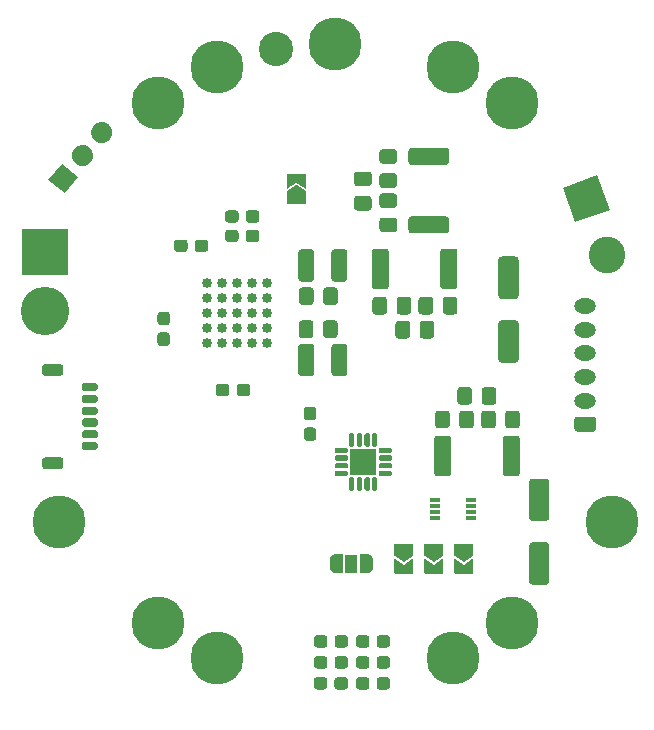
<source format=gbr>
%TF.GenerationSoftware,KiCad,Pcbnew,(5.1.6)-1*%
%TF.CreationDate,2020-12-16T03:52:29+01:00*%
%TF.ProjectId,bms,626d732e-6b69-4636-9164-5f7063625858,rev?*%
%TF.SameCoordinates,Original*%
%TF.FileFunction,Soldermask,Top*%
%TF.FilePolarity,Negative*%
%FSLAX46Y46*%
G04 Gerber Fmt 4.6, Leading zero omitted, Abs format (unit mm)*
G04 Created by KiCad (PCBNEW (5.1.6)-1) date 2020-12-16 03:52:29*
%MOMM*%
%LPD*%
G01*
G04 APERTURE LIST*
%ADD10C,4.100000*%
%ADD11R,3.900000X3.900000*%
%ADD12C,0.100000*%
%ADD13C,0.850000*%
%ADD14R,0.900000X0.400000*%
%ADD15C,4.500000*%
%ADD16O,1.850000X1.300000*%
%ADD17C,3.100000*%
%ADD18R,1.100000X1.600000*%
%ADD19R,2.200000X2.200000*%
%ADD20C,2.900000*%
%ADD21C,0.800000*%
G04 APERTURE END LIST*
%TO.C,C7*%
G36*
G01*
X125284375Y-84600000D02*
X124115625Y-84600000D01*
G75*
G02*
X123850000Y-84334375I0J265625D01*
G01*
X123850000Y-81265625D01*
G75*
G02*
X124115625Y-81000000I265625J0D01*
G01*
X125284375Y-81000000D01*
G75*
G02*
X125550000Y-81265625I0J-265625D01*
G01*
X125550000Y-84334375D01*
G75*
G02*
X125284375Y-84600000I-265625J0D01*
G01*
G37*
G36*
G01*
X125284375Y-90000000D02*
X124115625Y-90000000D01*
G75*
G02*
X123850000Y-89734375I0J265625D01*
G01*
X123850000Y-86665625D01*
G75*
G02*
X124115625Y-86400000I265625J0D01*
G01*
X125284375Y-86400000D01*
G75*
G02*
X125550000Y-86665625I0J-265625D01*
G01*
X125550000Y-89734375D01*
G75*
G02*
X125284375Y-90000000I-265625J0D01*
G01*
G37*
%TD*%
%TO.C,C8*%
G36*
G01*
X126715625Y-99800000D02*
X127884375Y-99800000D01*
G75*
G02*
X128150000Y-100065625I0J-265625D01*
G01*
X128150000Y-103134375D01*
G75*
G02*
X127884375Y-103400000I-265625J0D01*
G01*
X126715625Y-103400000D01*
G75*
G02*
X126450000Y-103134375I0J265625D01*
G01*
X126450000Y-100065625D01*
G75*
G02*
X126715625Y-99800000I265625J0D01*
G01*
G37*
G36*
G01*
X126715625Y-105200000D02*
X127884375Y-105200000D01*
G75*
G02*
X128150000Y-105465625I0J-265625D01*
G01*
X128150000Y-108534375D01*
G75*
G02*
X127884375Y-108800000I-265625J0D01*
G01*
X126715625Y-108800000D01*
G75*
G02*
X126450000Y-108534375I0J265625D01*
G01*
X126450000Y-105465625D01*
G75*
G02*
X126715625Y-105200000I265625J0D01*
G01*
G37*
%TD*%
D10*
%TO.C,J4*%
X85500000Y-85600000D03*
D11*
X85500000Y-80600000D03*
%TD*%
%TO.C,C10*%
G36*
G01*
X122425000Y-93278262D02*
X122425000Y-92321738D01*
G75*
G02*
X122696738Y-92050000I271738J0D01*
G01*
X123403262Y-92050000D01*
G75*
G02*
X123675000Y-92321738I0J-271738D01*
G01*
X123675000Y-93278262D01*
G75*
G02*
X123403262Y-93550000I-271738J0D01*
G01*
X122696738Y-93550000D01*
G75*
G02*
X122425000Y-93278262I0J271738D01*
G01*
G37*
G36*
G01*
X120375000Y-93278262D02*
X120375000Y-92321738D01*
G75*
G02*
X120646738Y-92050000I271738J0D01*
G01*
X121353262Y-92050000D01*
G75*
G02*
X121625000Y-92321738I0J-271738D01*
G01*
X121625000Y-93278262D01*
G75*
G02*
X121353262Y-93550000I-271738J0D01*
G01*
X120646738Y-93550000D01*
G75*
G02*
X120375000Y-93278262I0J271738D01*
G01*
G37*
%TD*%
%TO.C,C14*%
G36*
G01*
X110254500Y-83887238D02*
X110254500Y-84843762D01*
G75*
G02*
X109982762Y-85115500I-271738J0D01*
G01*
X109276238Y-85115500D01*
G75*
G02*
X109004500Y-84843762I0J271738D01*
G01*
X109004500Y-83887238D01*
G75*
G02*
X109276238Y-83615500I271738J0D01*
G01*
X109982762Y-83615500D01*
G75*
G02*
X110254500Y-83887238I0J-271738D01*
G01*
G37*
G36*
G01*
X108204500Y-83887238D02*
X108204500Y-84843762D01*
G75*
G02*
X107932762Y-85115500I-271738J0D01*
G01*
X107226238Y-85115500D01*
G75*
G02*
X106954500Y-84843762I0J271738D01*
G01*
X106954500Y-83887238D01*
G75*
G02*
X107226238Y-83615500I271738J0D01*
G01*
X107932762Y-83615500D01*
G75*
G02*
X108204500Y-83887238I0J-271738D01*
G01*
G37*
%TD*%
%TO.C,C9*%
G36*
G01*
X115125000Y-87678262D02*
X115125000Y-86721738D01*
G75*
G02*
X115396738Y-86450000I271738J0D01*
G01*
X116103262Y-86450000D01*
G75*
G02*
X116375000Y-86721738I0J-271738D01*
G01*
X116375000Y-87678262D01*
G75*
G02*
X116103262Y-87950000I-271738J0D01*
G01*
X115396738Y-87950000D01*
G75*
G02*
X115125000Y-87678262I0J271738D01*
G01*
G37*
G36*
G01*
X117175000Y-87678262D02*
X117175000Y-86721738D01*
G75*
G02*
X117446738Y-86450000I271738J0D01*
G01*
X118153262Y-86450000D01*
G75*
G02*
X118425000Y-86721738I0J-271738D01*
G01*
X118425000Y-87678262D01*
G75*
G02*
X118153262Y-87950000I-271738J0D01*
G01*
X117446738Y-87950000D01*
G75*
G02*
X117175000Y-87678262I0J271738D01*
G01*
G37*
%TD*%
%TO.C,R21*%
G36*
G01*
X117075000Y-85645762D02*
X117075000Y-84689238D01*
G75*
G02*
X117346738Y-84417500I271738J0D01*
G01*
X118053262Y-84417500D01*
G75*
G02*
X118325000Y-84689238I0J-271738D01*
G01*
X118325000Y-85645762D01*
G75*
G02*
X118053262Y-85917500I-271738J0D01*
G01*
X117346738Y-85917500D01*
G75*
G02*
X117075000Y-85645762I0J271738D01*
G01*
G37*
G36*
G01*
X119125000Y-85645762D02*
X119125000Y-84689238D01*
G75*
G02*
X119396738Y-84417500I271738J0D01*
G01*
X120103262Y-84417500D01*
G75*
G02*
X120375000Y-84689238I0J-271738D01*
G01*
X120375000Y-85645762D01*
G75*
G02*
X120103262Y-85917500I-271738J0D01*
G01*
X119396738Y-85917500D01*
G75*
G02*
X119125000Y-85645762I0J271738D01*
G01*
G37*
%TD*%
%TO.C,R17*%
G36*
G01*
X113130000Y-83512482D02*
X113130000Y-80599518D01*
G75*
G02*
X113398518Y-80331000I268518J0D01*
G01*
X114311482Y-80331000D01*
G75*
G02*
X114580000Y-80599518I0J-268518D01*
G01*
X114580000Y-83512482D01*
G75*
G02*
X114311482Y-83781000I-268518J0D01*
G01*
X113398518Y-83781000D01*
G75*
G02*
X113130000Y-83512482I0J268518D01*
G01*
G37*
G36*
G01*
X118930000Y-83512482D02*
X118930000Y-80599518D01*
G75*
G02*
X119198518Y-80331000I268518J0D01*
G01*
X120111482Y-80331000D01*
G75*
G02*
X120380000Y-80599518I0J-268518D01*
G01*
X120380000Y-83512482D01*
G75*
G02*
X120111482Y-83781000I-268518J0D01*
G01*
X119198518Y-83781000D01*
G75*
G02*
X118930000Y-83512482I0J268518D01*
G01*
G37*
%TD*%
%TO.C,R20*%
G36*
G01*
X114425000Y-84689238D02*
X114425000Y-85645762D01*
G75*
G02*
X114153262Y-85917500I-271738J0D01*
G01*
X113446738Y-85917500D01*
G75*
G02*
X113175000Y-85645762I0J271738D01*
G01*
X113175000Y-84689238D01*
G75*
G02*
X113446738Y-84417500I271738J0D01*
G01*
X114153262Y-84417500D01*
G75*
G02*
X114425000Y-84689238I0J-271738D01*
G01*
G37*
G36*
G01*
X116475000Y-84689238D02*
X116475000Y-85645762D01*
G75*
G02*
X116203262Y-85917500I-271738J0D01*
G01*
X115496738Y-85917500D01*
G75*
G02*
X115225000Y-85645762I0J271738D01*
G01*
X115225000Y-84689238D01*
G75*
G02*
X115496738Y-84417500I271738J0D01*
G01*
X116203262Y-84417500D01*
G75*
G02*
X116475000Y-84689238I0J-271738D01*
G01*
G37*
%TD*%
%TO.C,R23*%
G36*
G01*
X122375000Y-95278262D02*
X122375000Y-94321738D01*
G75*
G02*
X122646738Y-94050000I271738J0D01*
G01*
X123353262Y-94050000D01*
G75*
G02*
X123625000Y-94321738I0J-271738D01*
G01*
X123625000Y-95278262D01*
G75*
G02*
X123353262Y-95550000I-271738J0D01*
G01*
X122646738Y-95550000D01*
G75*
G02*
X122375000Y-95278262I0J271738D01*
G01*
G37*
G36*
G01*
X124425000Y-95278262D02*
X124425000Y-94321738D01*
G75*
G02*
X124696738Y-94050000I271738J0D01*
G01*
X125403262Y-94050000D01*
G75*
G02*
X125675000Y-94321738I0J-271738D01*
G01*
X125675000Y-95278262D01*
G75*
G02*
X125403262Y-95550000I-271738J0D01*
G01*
X124696738Y-95550000D01*
G75*
G02*
X124425000Y-95278262I0J271738D01*
G01*
G37*
%TD*%
%TO.C,R22*%
G36*
G01*
X121775000Y-94321738D02*
X121775000Y-95278262D01*
G75*
G02*
X121503262Y-95550000I-271738J0D01*
G01*
X120796738Y-95550000D01*
G75*
G02*
X120525000Y-95278262I0J271738D01*
G01*
X120525000Y-94321738D01*
G75*
G02*
X120796738Y-94050000I271738J0D01*
G01*
X121503262Y-94050000D01*
G75*
G02*
X121775000Y-94321738I0J-271738D01*
G01*
G37*
G36*
G01*
X119725000Y-94321738D02*
X119725000Y-95278262D01*
G75*
G02*
X119453262Y-95550000I-271738J0D01*
G01*
X118746738Y-95550000D01*
G75*
G02*
X118475000Y-95278262I0J271738D01*
G01*
X118475000Y-94321738D01*
G75*
G02*
X118746738Y-94050000I271738J0D01*
G01*
X119453262Y-94050000D01*
G75*
G02*
X119725000Y-94321738I0J-271738D01*
G01*
G37*
%TD*%
%TO.C,VALID*%
G36*
G01*
X108223000Y-113851500D02*
X108223000Y-113326500D01*
G75*
G02*
X108485500Y-113064000I262500J0D01*
G01*
X109110500Y-113064000D01*
G75*
G02*
X109373000Y-113326500I0J-262500D01*
G01*
X109373000Y-113851500D01*
G75*
G02*
X109110500Y-114114000I-262500J0D01*
G01*
X108485500Y-114114000D01*
G75*
G02*
X108223000Y-113851500I0J262500D01*
G01*
G37*
G36*
G01*
X109973000Y-113851500D02*
X109973000Y-113326500D01*
G75*
G02*
X110235500Y-113064000I262500J0D01*
G01*
X110860500Y-113064000D01*
G75*
G02*
X111123000Y-113326500I0J-262500D01*
G01*
X111123000Y-113851500D01*
G75*
G02*
X110860500Y-114114000I-262500J0D01*
G01*
X110235500Y-114114000D01*
G75*
G02*
X109973000Y-113851500I0J262500D01*
G01*
G37*
%TD*%
%TO.C,F2*%
G36*
G01*
X111054500Y-88658000D02*
X111054500Y-90868000D01*
G75*
G02*
X110784500Y-91138000I-270000J0D01*
G01*
X109974500Y-91138000D01*
G75*
G02*
X109704500Y-90868000I0J270000D01*
G01*
X109704500Y-88658000D01*
G75*
G02*
X109974500Y-88388000I270000J0D01*
G01*
X110784500Y-88388000D01*
G75*
G02*
X111054500Y-88658000I0J-270000D01*
G01*
G37*
G36*
G01*
X108254500Y-88658000D02*
X108254500Y-90868000D01*
G75*
G02*
X107984500Y-91138000I-270000J0D01*
G01*
X107174500Y-91138000D01*
G75*
G02*
X106904500Y-90868000I0J270000D01*
G01*
X106904500Y-88658000D01*
G75*
G02*
X107174500Y-88388000I270000J0D01*
G01*
X107984500Y-88388000D01*
G75*
G02*
X108254500Y-88658000I0J-270000D01*
G01*
G37*
%TD*%
%TO.C,WARN*%
G36*
G01*
X108223000Y-115629500D02*
X108223000Y-115104500D01*
G75*
G02*
X108485500Y-114842000I262500J0D01*
G01*
X109110500Y-114842000D01*
G75*
G02*
X109373000Y-115104500I0J-262500D01*
G01*
X109373000Y-115629500D01*
G75*
G02*
X109110500Y-115892000I-262500J0D01*
G01*
X108485500Y-115892000D01*
G75*
G02*
X108223000Y-115629500I0J262500D01*
G01*
G37*
G36*
G01*
X109973000Y-115629500D02*
X109973000Y-115104500D01*
G75*
G02*
X110235500Y-114842000I262500J0D01*
G01*
X110860500Y-114842000D01*
G75*
G02*
X111123000Y-115104500I0J-262500D01*
G01*
X111123000Y-115629500D01*
G75*
G02*
X110860500Y-115892000I-262500J0D01*
G01*
X110235500Y-115892000D01*
G75*
G02*
X109973000Y-115629500I0J262500D01*
G01*
G37*
%TD*%
%TO.C,C15*%
G36*
G01*
X108186500Y-86681238D02*
X108186500Y-87637762D01*
G75*
G02*
X107914762Y-87909500I-271738J0D01*
G01*
X107208238Y-87909500D01*
G75*
G02*
X106936500Y-87637762I0J271738D01*
G01*
X106936500Y-86681238D01*
G75*
G02*
X107208238Y-86409500I271738J0D01*
G01*
X107914762Y-86409500D01*
G75*
G02*
X108186500Y-86681238I0J-271738D01*
G01*
G37*
G36*
G01*
X110236500Y-86681238D02*
X110236500Y-87637762D01*
G75*
G02*
X109964762Y-87909500I-271738J0D01*
G01*
X109258238Y-87909500D01*
G75*
G02*
X108986500Y-87637762I0J271738D01*
G01*
X108986500Y-86681238D01*
G75*
G02*
X109258238Y-86409500I271738J0D01*
G01*
X109964762Y-86409500D01*
G75*
G02*
X110236500Y-86681238I0J-271738D01*
G01*
G37*
%TD*%
%TO.C,CRIT*%
G36*
G01*
X109959000Y-117407500D02*
X109959000Y-116882500D01*
G75*
G02*
X110221500Y-116620000I262500J0D01*
G01*
X110846500Y-116620000D01*
G75*
G02*
X111109000Y-116882500I0J-262500D01*
G01*
X111109000Y-117407500D01*
G75*
G02*
X110846500Y-117670000I-262500J0D01*
G01*
X110221500Y-117670000D01*
G75*
G02*
X109959000Y-117407500I0J262500D01*
G01*
G37*
G36*
G01*
X108209000Y-117407500D02*
X108209000Y-116882500D01*
G75*
G02*
X108471500Y-116620000I262500J0D01*
G01*
X109096500Y-116620000D01*
G75*
G02*
X109359000Y-116882500I0J-262500D01*
G01*
X109359000Y-117407500D01*
G75*
G02*
X109096500Y-117670000I-262500J0D01*
G01*
X108471500Y-117670000D01*
G75*
G02*
X108209000Y-117407500I0J262500D01*
G01*
G37*
%TD*%
%TO.C,F1*%
G36*
G01*
X108254500Y-80657000D02*
X108254500Y-82867000D01*
G75*
G02*
X107984500Y-83137000I-270000J0D01*
G01*
X107174500Y-83137000D01*
G75*
G02*
X106904500Y-82867000I0J270000D01*
G01*
X106904500Y-80657000D01*
G75*
G02*
X107174500Y-80387000I270000J0D01*
G01*
X107984500Y-80387000D01*
G75*
G02*
X108254500Y-80657000I0J-270000D01*
G01*
G37*
G36*
G01*
X111054500Y-80657000D02*
X111054500Y-82867000D01*
G75*
G02*
X110784500Y-83137000I-270000J0D01*
G01*
X109974500Y-83137000D01*
G75*
G02*
X109704500Y-82867000I0J270000D01*
G01*
X109704500Y-80657000D01*
G75*
G02*
X109974500Y-80387000I270000J0D01*
G01*
X110784500Y-80387000D01*
G75*
G02*
X111054500Y-80657000I0J-270000D01*
G01*
G37*
%TD*%
D12*
%TO.C,JP5*%
G36*
X116639039Y-107812755D02*
G01*
X116636194Y-107822134D01*
X116631573Y-107830779D01*
X116625355Y-107838355D01*
X116617779Y-107844573D01*
X116609134Y-107849194D01*
X116599755Y-107852039D01*
X116590000Y-107853000D01*
X115090000Y-107853000D01*
X115080245Y-107852039D01*
X115070866Y-107849194D01*
X115062221Y-107844573D01*
X115054645Y-107838355D01*
X115048427Y-107830779D01*
X115043806Y-107822134D01*
X115040961Y-107812755D01*
X115040000Y-107803000D01*
X115040000Y-106653000D01*
X115040961Y-106643245D01*
X115043806Y-106633866D01*
X115048427Y-106625221D01*
X115054645Y-106617645D01*
X115062221Y-106611427D01*
X115070866Y-106606806D01*
X115080245Y-106603961D01*
X115090000Y-106603000D01*
X115099755Y-106603961D01*
X115109134Y-106606806D01*
X115117735Y-106611397D01*
X115840000Y-107092907D01*
X116562265Y-106611397D01*
X116570914Y-106606786D01*
X116580297Y-106603951D01*
X116590052Y-106603000D01*
X116599806Y-106603971D01*
X116609182Y-106606826D01*
X116617822Y-106611456D01*
X116625392Y-106617682D01*
X116631603Y-106625265D01*
X116636214Y-106633914D01*
X116639049Y-106643297D01*
X116640000Y-106653000D01*
X116640000Y-107803000D01*
X116639039Y-107812755D01*
G37*
G36*
X116639039Y-106362755D02*
G01*
X116636194Y-106372134D01*
X116631573Y-106380779D01*
X116625355Y-106388355D01*
X116617735Y-106394603D01*
X115867735Y-106894603D01*
X115859086Y-106899214D01*
X115849703Y-106902049D01*
X115839948Y-106903000D01*
X115830194Y-106902029D01*
X115820818Y-106899174D01*
X115812265Y-106894603D01*
X115062265Y-106394603D01*
X115054682Y-106388392D01*
X115048456Y-106380822D01*
X115043826Y-106372182D01*
X115040971Y-106362806D01*
X115040000Y-106353000D01*
X115040000Y-105353000D01*
X115040961Y-105343245D01*
X115043806Y-105333866D01*
X115048427Y-105325221D01*
X115054645Y-105317645D01*
X115062221Y-105311427D01*
X115070866Y-105306806D01*
X115080245Y-105303961D01*
X115090000Y-105303000D01*
X116590000Y-105303000D01*
X116599755Y-105303961D01*
X116609134Y-105306806D01*
X116617779Y-105311427D01*
X116625355Y-105317645D01*
X116631573Y-105325221D01*
X116636194Y-105333866D01*
X116639039Y-105343245D01*
X116640000Y-105353000D01*
X116640000Y-106353000D01*
X116639039Y-106362755D01*
G37*
%TD*%
%TO.C,C12*%
G36*
G01*
X103603000Y-79002000D02*
X103603000Y-79527000D01*
G75*
G02*
X103340500Y-79789500I-262500J0D01*
G01*
X102715500Y-79789500D01*
G75*
G02*
X102453000Y-79527000I0J262500D01*
G01*
X102453000Y-79002000D01*
G75*
G02*
X102715500Y-78739500I262500J0D01*
G01*
X103340500Y-78739500D01*
G75*
G02*
X103603000Y-79002000I0J-262500D01*
G01*
G37*
G36*
G01*
X101853000Y-79002000D02*
X101853000Y-79527000D01*
G75*
G02*
X101590500Y-79789500I-262500J0D01*
G01*
X100965500Y-79789500D01*
G75*
G02*
X100703000Y-79527000I0J262500D01*
G01*
X100703000Y-79002000D01*
G75*
G02*
X100965500Y-78739500I262500J0D01*
G01*
X101590500Y-78739500D01*
G75*
G02*
X101853000Y-79002000I0J-262500D01*
G01*
G37*
%TD*%
%TO.C,R19*%
G36*
G01*
X116498518Y-71802500D02*
X119411482Y-71802500D01*
G75*
G02*
X119680000Y-72071018I0J-268518D01*
G01*
X119680000Y-72983982D01*
G75*
G02*
X119411482Y-73252500I-268518J0D01*
G01*
X116498518Y-73252500D01*
G75*
G02*
X116230000Y-72983982I0J268518D01*
G01*
X116230000Y-72071018D01*
G75*
G02*
X116498518Y-71802500I268518J0D01*
G01*
G37*
G36*
G01*
X116498518Y-77602500D02*
X119411482Y-77602500D01*
G75*
G02*
X119680000Y-77871018I0J-268518D01*
G01*
X119680000Y-78783982D01*
G75*
G02*
X119411482Y-79052500I-268518J0D01*
G01*
X116498518Y-79052500D01*
G75*
G02*
X116230000Y-78783982I0J268518D01*
G01*
X116230000Y-77871018D01*
G75*
G02*
X116498518Y-77602500I268518J0D01*
G01*
G37*
%TD*%
%TO.C,R29*%
G36*
G01*
X97525000Y-79837500D02*
X97525000Y-80362500D01*
G75*
G02*
X97262500Y-80625000I-262500J0D01*
G01*
X96637500Y-80625000D01*
G75*
G02*
X96375000Y-80362500I0J262500D01*
G01*
X96375000Y-79837500D01*
G75*
G02*
X96637500Y-79575000I262500J0D01*
G01*
X97262500Y-79575000D01*
G75*
G02*
X97525000Y-79837500I0J-262500D01*
G01*
G37*
G36*
G01*
X99275000Y-79837500D02*
X99275000Y-80362500D01*
G75*
G02*
X99012500Y-80625000I-262500J0D01*
G01*
X98387500Y-80625000D01*
G75*
G02*
X98125000Y-80362500I0J262500D01*
G01*
X98125000Y-79837500D01*
G75*
G02*
X98387500Y-79575000I262500J0D01*
G01*
X99012500Y-79575000D01*
G75*
G02*
X99275000Y-79837500I0J-262500D01*
G01*
G37*
%TD*%
%TO.C,R27*%
G36*
G01*
X95762500Y-88575000D02*
X95237500Y-88575000D01*
G75*
G02*
X94975000Y-88312500I0J262500D01*
G01*
X94975000Y-87687500D01*
G75*
G02*
X95237500Y-87425000I262500J0D01*
G01*
X95762500Y-87425000D01*
G75*
G02*
X96025000Y-87687500I0J-262500D01*
G01*
X96025000Y-88312500D01*
G75*
G02*
X95762500Y-88575000I-262500J0D01*
G01*
G37*
G36*
G01*
X95762500Y-86825000D02*
X95237500Y-86825000D01*
G75*
G02*
X94975000Y-86562500I0J262500D01*
G01*
X94975000Y-85937500D01*
G75*
G02*
X95237500Y-85675000I262500J0D01*
G01*
X95762500Y-85675000D01*
G75*
G02*
X96025000Y-85937500I0J-262500D01*
G01*
X96025000Y-86562500D01*
G75*
G02*
X95762500Y-86825000I-262500J0D01*
G01*
G37*
%TD*%
D13*
%TO.C,U5*%
X104290000Y-88290000D03*
X104290000Y-87020000D03*
X104290000Y-85750000D03*
X104290000Y-84480000D03*
X104290000Y-83210000D03*
X103020000Y-88290000D03*
X103020000Y-87020000D03*
X103020000Y-85750000D03*
X103020000Y-84480000D03*
X103020000Y-83210000D03*
X101750000Y-88290000D03*
X101750000Y-87020000D03*
X101750000Y-85750000D03*
X101750000Y-84480000D03*
X101750000Y-83210000D03*
X100480000Y-88290000D03*
X100480000Y-87020000D03*
X100480000Y-85750000D03*
X100480000Y-84480000D03*
X100480000Y-83210000D03*
X99210000Y-88290000D03*
X99210000Y-87020000D03*
X99210000Y-85750000D03*
X99210000Y-84480000D03*
X99210000Y-83210000D03*
%TD*%
%TO.C,R28*%
G36*
G01*
X99925000Y-92562500D02*
X99925000Y-92037500D01*
G75*
G02*
X100187500Y-91775000I262500J0D01*
G01*
X100812500Y-91775000D01*
G75*
G02*
X101075000Y-92037500I0J-262500D01*
G01*
X101075000Y-92562500D01*
G75*
G02*
X100812500Y-92825000I-262500J0D01*
G01*
X100187500Y-92825000D01*
G75*
G02*
X99925000Y-92562500I0J262500D01*
G01*
G37*
G36*
G01*
X101675000Y-92562500D02*
X101675000Y-92037500D01*
G75*
G02*
X101937500Y-91775000I262500J0D01*
G01*
X102562500Y-91775000D01*
G75*
G02*
X102825000Y-92037500I0J-262500D01*
G01*
X102825000Y-92562500D01*
G75*
G02*
X102562500Y-92825000I-262500J0D01*
G01*
X101937500Y-92825000D01*
G75*
G02*
X101675000Y-92562500I0J262500D01*
G01*
G37*
%TD*%
%TO.C,R26*%
G36*
G01*
X102453000Y-77876000D02*
X102453000Y-77351000D01*
G75*
G02*
X102715500Y-77088500I262500J0D01*
G01*
X103340500Y-77088500D01*
G75*
G02*
X103603000Y-77351000I0J-262500D01*
G01*
X103603000Y-77876000D01*
G75*
G02*
X103340500Y-78138500I-262500J0D01*
G01*
X102715500Y-78138500D01*
G75*
G02*
X102453000Y-77876000I0J262500D01*
G01*
G37*
G36*
G01*
X100703000Y-77876000D02*
X100703000Y-77351000D01*
G75*
G02*
X100965500Y-77088500I262500J0D01*
G01*
X101590500Y-77088500D01*
G75*
G02*
X101853000Y-77351000I0J-262500D01*
G01*
X101853000Y-77876000D01*
G75*
G02*
X101590500Y-78138500I-262500J0D01*
G01*
X100965500Y-78138500D01*
G75*
G02*
X100703000Y-77876000I0J262500D01*
G01*
G37*
%TD*%
D12*
%TO.C,START*%
G36*
X105950961Y-74040245D02*
G01*
X105953806Y-74030866D01*
X105958427Y-74022221D01*
X105964645Y-74014645D01*
X105972221Y-74008427D01*
X105980866Y-74003806D01*
X105990245Y-74000961D01*
X106000000Y-74000000D01*
X107500000Y-74000000D01*
X107509755Y-74000961D01*
X107519134Y-74003806D01*
X107527779Y-74008427D01*
X107535355Y-74014645D01*
X107541573Y-74022221D01*
X107546194Y-74030866D01*
X107549039Y-74040245D01*
X107550000Y-74050000D01*
X107550000Y-75200000D01*
X107549039Y-75209755D01*
X107546194Y-75219134D01*
X107541573Y-75227779D01*
X107535355Y-75235355D01*
X107527779Y-75241573D01*
X107519134Y-75246194D01*
X107509755Y-75249039D01*
X107500000Y-75250000D01*
X107490245Y-75249039D01*
X107480866Y-75246194D01*
X107472265Y-75241603D01*
X106750000Y-74760093D01*
X106027735Y-75241603D01*
X106019086Y-75246214D01*
X106009703Y-75249049D01*
X105999948Y-75250000D01*
X105990194Y-75249029D01*
X105980818Y-75246174D01*
X105972178Y-75241544D01*
X105964608Y-75235318D01*
X105958397Y-75227735D01*
X105953786Y-75219086D01*
X105950951Y-75209703D01*
X105950000Y-75200000D01*
X105950000Y-74050000D01*
X105950961Y-74040245D01*
G37*
G36*
X105950961Y-75490245D02*
G01*
X105953806Y-75480866D01*
X105958427Y-75472221D01*
X105964645Y-75464645D01*
X105972265Y-75458397D01*
X106722265Y-74958397D01*
X106730914Y-74953786D01*
X106740297Y-74950951D01*
X106750052Y-74950000D01*
X106759806Y-74950971D01*
X106769182Y-74953826D01*
X106777735Y-74958397D01*
X107527735Y-75458397D01*
X107535318Y-75464608D01*
X107541544Y-75472178D01*
X107546174Y-75480818D01*
X107549029Y-75490194D01*
X107550000Y-75500000D01*
X107550000Y-76500000D01*
X107549039Y-76509755D01*
X107546194Y-76519134D01*
X107541573Y-76527779D01*
X107535355Y-76535355D01*
X107527779Y-76541573D01*
X107519134Y-76546194D01*
X107509755Y-76549039D01*
X107500000Y-76550000D01*
X106000000Y-76550000D01*
X105990245Y-76549039D01*
X105980866Y-76546194D01*
X105972221Y-76541573D01*
X105964645Y-76535355D01*
X105958427Y-76527779D01*
X105953806Y-76519134D01*
X105950961Y-76509755D01*
X105950000Y-76500000D01*
X105950000Y-75500000D01*
X105950961Y-75490245D01*
G37*
%TD*%
%TO.C,R18*%
G36*
G01*
X124217000Y-99350482D02*
X124217000Y-96437518D01*
G75*
G02*
X124485518Y-96169000I268518J0D01*
G01*
X125398482Y-96169000D01*
G75*
G02*
X125667000Y-96437518I0J-268518D01*
G01*
X125667000Y-99350482D01*
G75*
G02*
X125398482Y-99619000I-268518J0D01*
G01*
X124485518Y-99619000D01*
G75*
G02*
X124217000Y-99350482I0J268518D01*
G01*
G37*
G36*
G01*
X118417000Y-99350482D02*
X118417000Y-96437518D01*
G75*
G02*
X118685518Y-96169000I268518J0D01*
G01*
X119598482Y-96169000D01*
G75*
G02*
X119867000Y-96437518I0J-268518D01*
G01*
X119867000Y-99350482D01*
G75*
G02*
X119598482Y-99619000I-268518J0D01*
G01*
X118685518Y-99619000D01*
G75*
G02*
X118417000Y-99350482I0J268518D01*
G01*
G37*
%TD*%
%TO.C,R30*%
G36*
G01*
X111779000Y-117407500D02*
X111779000Y-116882500D01*
G75*
G02*
X112041500Y-116620000I262500J0D01*
G01*
X112666500Y-116620000D01*
G75*
G02*
X112929000Y-116882500I0J-262500D01*
G01*
X112929000Y-117407500D01*
G75*
G02*
X112666500Y-117670000I-262500J0D01*
G01*
X112041500Y-117670000D01*
G75*
G02*
X111779000Y-117407500I0J262500D01*
G01*
G37*
G36*
G01*
X113529000Y-117407500D02*
X113529000Y-116882500D01*
G75*
G02*
X113791500Y-116620000I262500J0D01*
G01*
X114416500Y-116620000D01*
G75*
G02*
X114679000Y-116882500I0J-262500D01*
G01*
X114679000Y-117407500D01*
G75*
G02*
X114416500Y-117670000I-262500J0D01*
G01*
X113791500Y-117670000D01*
G75*
G02*
X113529000Y-117407500I0J262500D01*
G01*
G37*
%TD*%
D14*
%TO.C,U7*%
X118450000Y-101650000D03*
X118450000Y-102150000D03*
X118450000Y-102650000D03*
X118450000Y-103150000D03*
X121550000Y-103150000D03*
X121550000Y-102650000D03*
X121550000Y-102150000D03*
X121550000Y-101650000D03*
%TD*%
%TO.C,R32*%
G36*
G01*
X113529000Y-113851500D02*
X113529000Y-113326500D01*
G75*
G02*
X113791500Y-113064000I262500J0D01*
G01*
X114416500Y-113064000D01*
G75*
G02*
X114679000Y-113326500I0J-262500D01*
G01*
X114679000Y-113851500D01*
G75*
G02*
X114416500Y-114114000I-262500J0D01*
G01*
X113791500Y-114114000D01*
G75*
G02*
X113529000Y-113851500I0J262500D01*
G01*
G37*
G36*
G01*
X111779000Y-113851500D02*
X111779000Y-113326500D01*
G75*
G02*
X112041500Y-113064000I262500J0D01*
G01*
X112666500Y-113064000D01*
G75*
G02*
X112929000Y-113326500I0J-262500D01*
G01*
X112929000Y-113851500D01*
G75*
G02*
X112666500Y-114114000I-262500J0D01*
G01*
X112041500Y-114114000D01*
G75*
G02*
X111779000Y-113851500I0J262500D01*
G01*
G37*
%TD*%
%TO.C,R31*%
G36*
G01*
X113529000Y-115629500D02*
X113529000Y-115104500D01*
G75*
G02*
X113791500Y-114842000I262500J0D01*
G01*
X114416500Y-114842000D01*
G75*
G02*
X114679000Y-115104500I0J-262500D01*
G01*
X114679000Y-115629500D01*
G75*
G02*
X114416500Y-115892000I-262500J0D01*
G01*
X113791500Y-115892000D01*
G75*
G02*
X113529000Y-115629500I0J262500D01*
G01*
G37*
G36*
G01*
X111779000Y-115629500D02*
X111779000Y-115104500D01*
G75*
G02*
X112041500Y-114842000I262500J0D01*
G01*
X112666500Y-114842000D01*
G75*
G02*
X112929000Y-115104500I0J-262500D01*
G01*
X112929000Y-115629500D01*
G75*
G02*
X112666500Y-115892000I-262500J0D01*
G01*
X112041500Y-115892000D01*
G75*
G02*
X111779000Y-115629500I0J262500D01*
G01*
G37*
%TD*%
D12*
%TO.C,JP4*%
G36*
X119179039Y-106362755D02*
G01*
X119176194Y-106372134D01*
X119171573Y-106380779D01*
X119165355Y-106388355D01*
X119157735Y-106394603D01*
X118407735Y-106894603D01*
X118399086Y-106899214D01*
X118389703Y-106902049D01*
X118379948Y-106903000D01*
X118370194Y-106902029D01*
X118360818Y-106899174D01*
X118352265Y-106894603D01*
X117602265Y-106394603D01*
X117594682Y-106388392D01*
X117588456Y-106380822D01*
X117583826Y-106372182D01*
X117580971Y-106362806D01*
X117580000Y-106353000D01*
X117580000Y-105353000D01*
X117580961Y-105343245D01*
X117583806Y-105333866D01*
X117588427Y-105325221D01*
X117594645Y-105317645D01*
X117602221Y-105311427D01*
X117610866Y-105306806D01*
X117620245Y-105303961D01*
X117630000Y-105303000D01*
X119130000Y-105303000D01*
X119139755Y-105303961D01*
X119149134Y-105306806D01*
X119157779Y-105311427D01*
X119165355Y-105317645D01*
X119171573Y-105325221D01*
X119176194Y-105333866D01*
X119179039Y-105343245D01*
X119180000Y-105353000D01*
X119180000Y-106353000D01*
X119179039Y-106362755D01*
G37*
G36*
X119179039Y-107812755D02*
G01*
X119176194Y-107822134D01*
X119171573Y-107830779D01*
X119165355Y-107838355D01*
X119157779Y-107844573D01*
X119149134Y-107849194D01*
X119139755Y-107852039D01*
X119130000Y-107853000D01*
X117630000Y-107853000D01*
X117620245Y-107852039D01*
X117610866Y-107849194D01*
X117602221Y-107844573D01*
X117594645Y-107838355D01*
X117588427Y-107830779D01*
X117583806Y-107822134D01*
X117580961Y-107812755D01*
X117580000Y-107803000D01*
X117580000Y-106653000D01*
X117580961Y-106643245D01*
X117583806Y-106633866D01*
X117588427Y-106625221D01*
X117594645Y-106617645D01*
X117602221Y-106611427D01*
X117610866Y-106606806D01*
X117620245Y-106603961D01*
X117630000Y-106603000D01*
X117639755Y-106603961D01*
X117649134Y-106606806D01*
X117657735Y-106611397D01*
X118380000Y-107092907D01*
X119102265Y-106611397D01*
X119110914Y-106606786D01*
X119120297Y-106603951D01*
X119130052Y-106603000D01*
X119139806Y-106603971D01*
X119149182Y-106606826D01*
X119157822Y-106611456D01*
X119165392Y-106617682D01*
X119171603Y-106625265D01*
X119176214Y-106633914D01*
X119179049Y-106643297D01*
X119180000Y-106653000D01*
X119180000Y-107803000D01*
X119179039Y-107812755D01*
G37*
%TD*%
%TO.C,C11*%
G36*
G01*
X111888738Y-73811000D02*
X112845262Y-73811000D01*
G75*
G02*
X113117000Y-74082738I0J-271738D01*
G01*
X113117000Y-74789262D01*
G75*
G02*
X112845262Y-75061000I-271738J0D01*
G01*
X111888738Y-75061000D01*
G75*
G02*
X111617000Y-74789262I0J271738D01*
G01*
X111617000Y-74082738D01*
G75*
G02*
X111888738Y-73811000I271738J0D01*
G01*
G37*
G36*
G01*
X111888738Y-75861000D02*
X112845262Y-75861000D01*
G75*
G02*
X113117000Y-76132738I0J-271738D01*
G01*
X113117000Y-76839262D01*
G75*
G02*
X112845262Y-77111000I-271738J0D01*
G01*
X111888738Y-77111000D01*
G75*
G02*
X111617000Y-76839262I0J271738D01*
G01*
X111617000Y-76132738D01*
G75*
G02*
X111888738Y-75861000I271738J0D01*
G01*
G37*
%TD*%
%TO.C,C13*%
G36*
G01*
X107637500Y-93725000D02*
X108162500Y-93725000D01*
G75*
G02*
X108425000Y-93987500I0J-262500D01*
G01*
X108425000Y-94612500D01*
G75*
G02*
X108162500Y-94875000I-262500J0D01*
G01*
X107637500Y-94875000D01*
G75*
G02*
X107375000Y-94612500I0J262500D01*
G01*
X107375000Y-93987500D01*
G75*
G02*
X107637500Y-93725000I262500J0D01*
G01*
G37*
G36*
G01*
X107637500Y-95475000D02*
X108162500Y-95475000D01*
G75*
G02*
X108425000Y-95737500I0J-262500D01*
G01*
X108425000Y-96362500D01*
G75*
G02*
X108162500Y-96625000I-262500J0D01*
G01*
X107637500Y-96625000D01*
G75*
G02*
X107375000Y-96362500I0J262500D01*
G01*
X107375000Y-95737500D01*
G75*
G02*
X107637500Y-95475000I262500J0D01*
G01*
G37*
%TD*%
D15*
%TO.C,VBAT1+*%
X100000000Y-65000000D03*
%TD*%
%TO.C,VBAT2+*%
X95000000Y-68000000D03*
%TD*%
%TO.C,VBAT3+*%
X120000000Y-65000000D03*
%TD*%
%TO.C,VBAT4+*%
X125000000Y-68000000D03*
%TD*%
%TO.C,VBAT1-*%
X100000000Y-115000000D03*
%TD*%
%TO.C,VBAT2-*%
X95000000Y-112000000D03*
%TD*%
%TO.C,VBAT3-*%
X120000000Y-115000000D03*
%TD*%
%TO.C,VBAT4-*%
X125000000Y-112000000D03*
%TD*%
%TO.C,J1*%
G36*
G01*
X85467000Y-98011500D02*
X86767000Y-98011500D01*
G75*
G02*
X87017000Y-98261500I0J-250000D01*
G01*
X87017000Y-98761500D01*
G75*
G02*
X86767000Y-99011500I-250000J0D01*
G01*
X85467000Y-99011500D01*
G75*
G02*
X85217000Y-98761500I0J250000D01*
G01*
X85217000Y-98261500D01*
G75*
G02*
X85467000Y-98011500I250000J0D01*
G01*
G37*
G36*
G01*
X85467000Y-90111500D02*
X86767000Y-90111500D01*
G75*
G02*
X87017000Y-90361500I0J-250000D01*
G01*
X87017000Y-90861500D01*
G75*
G02*
X86767000Y-91111500I-250000J0D01*
G01*
X85467000Y-91111500D01*
G75*
G02*
X85217000Y-90861500I0J250000D01*
G01*
X85217000Y-90361500D01*
G75*
G02*
X85467000Y-90111500I250000J0D01*
G01*
G37*
G36*
G01*
X88742000Y-96711500D02*
X89742000Y-96711500D01*
G75*
G02*
X89917000Y-96886500I0J-175000D01*
G01*
X89917000Y-97236500D01*
G75*
G02*
X89742000Y-97411500I-175000J0D01*
G01*
X88742000Y-97411500D01*
G75*
G02*
X88567000Y-97236500I0J175000D01*
G01*
X88567000Y-96886500D01*
G75*
G02*
X88742000Y-96711500I175000J0D01*
G01*
G37*
G36*
G01*
X88742000Y-95711500D02*
X89742000Y-95711500D01*
G75*
G02*
X89917000Y-95886500I0J-175000D01*
G01*
X89917000Y-96236500D01*
G75*
G02*
X89742000Y-96411500I-175000J0D01*
G01*
X88742000Y-96411500D01*
G75*
G02*
X88567000Y-96236500I0J175000D01*
G01*
X88567000Y-95886500D01*
G75*
G02*
X88742000Y-95711500I175000J0D01*
G01*
G37*
G36*
G01*
X88742000Y-94711500D02*
X89742000Y-94711500D01*
G75*
G02*
X89917000Y-94886500I0J-175000D01*
G01*
X89917000Y-95236500D01*
G75*
G02*
X89742000Y-95411500I-175000J0D01*
G01*
X88742000Y-95411500D01*
G75*
G02*
X88567000Y-95236500I0J175000D01*
G01*
X88567000Y-94886500D01*
G75*
G02*
X88742000Y-94711500I175000J0D01*
G01*
G37*
G36*
G01*
X88742000Y-93711500D02*
X89742000Y-93711500D01*
G75*
G02*
X89917000Y-93886500I0J-175000D01*
G01*
X89917000Y-94236500D01*
G75*
G02*
X89742000Y-94411500I-175000J0D01*
G01*
X88742000Y-94411500D01*
G75*
G02*
X88567000Y-94236500I0J175000D01*
G01*
X88567000Y-93886500D01*
G75*
G02*
X88742000Y-93711500I175000J0D01*
G01*
G37*
G36*
G01*
X88742000Y-92711500D02*
X89742000Y-92711500D01*
G75*
G02*
X89917000Y-92886500I0J-175000D01*
G01*
X89917000Y-93236500D01*
G75*
G02*
X89742000Y-93411500I-175000J0D01*
G01*
X88742000Y-93411500D01*
G75*
G02*
X88567000Y-93236500I0J175000D01*
G01*
X88567000Y-92886500D01*
G75*
G02*
X88742000Y-92711500I175000J0D01*
G01*
G37*
G36*
G01*
X88742000Y-91711500D02*
X89742000Y-91711500D01*
G75*
G02*
X89917000Y-91886500I0J-175000D01*
G01*
X89917000Y-92236500D01*
G75*
G02*
X89742000Y-92411500I-175000J0D01*
G01*
X88742000Y-92411500D01*
G75*
G02*
X88567000Y-92236500I0J175000D01*
G01*
X88567000Y-91886500D01*
G75*
G02*
X88742000Y-91711500I175000J0D01*
G01*
G37*
%TD*%
%TO.C,J2*%
G36*
G01*
X131854168Y-95850000D02*
X130545832Y-95850000D01*
G75*
G02*
X130275000Y-95579168I0J270832D01*
G01*
X130275000Y-94820832D01*
G75*
G02*
X130545832Y-94550000I270832J0D01*
G01*
X131854168Y-94550000D01*
G75*
G02*
X132125000Y-94820832I0J-270832D01*
G01*
X132125000Y-95579168D01*
G75*
G02*
X131854168Y-95850000I-270832J0D01*
G01*
G37*
D16*
X131200000Y-93200000D03*
X131200000Y-91200000D03*
X131200000Y-89200000D03*
X131200000Y-87200000D03*
X131200000Y-85200000D03*
%TD*%
D12*
%TO.C,J5*%
G36*
X129313345Y-75173608D02*
G01*
X132226392Y-74113345D01*
X133286655Y-77026392D01*
X130373608Y-78086655D01*
X129313345Y-75173608D01*
G37*
D17*
X133037462Y-80873639D03*
%TD*%
D12*
%TO.C,ADDR*%
G36*
X112706111Y-106200602D02*
G01*
X112724534Y-106200602D01*
X112729435Y-106200843D01*
X112778266Y-106205653D01*
X112783119Y-106206373D01*
X112831244Y-106215945D01*
X112836005Y-106217137D01*
X112882960Y-106231381D01*
X112887579Y-106233034D01*
X112932912Y-106251811D01*
X112937349Y-106253909D01*
X112980622Y-106277040D01*
X112984829Y-106279562D01*
X113025628Y-106306822D01*
X113029570Y-106309746D01*
X113067499Y-106340874D01*
X113071134Y-106344169D01*
X113105831Y-106378866D01*
X113109126Y-106382501D01*
X113140254Y-106420430D01*
X113143178Y-106424372D01*
X113170438Y-106465171D01*
X113172960Y-106469378D01*
X113196091Y-106512651D01*
X113198189Y-106517088D01*
X113216966Y-106562421D01*
X113218619Y-106567040D01*
X113232863Y-106613995D01*
X113234055Y-106618756D01*
X113243627Y-106666881D01*
X113244347Y-106671734D01*
X113249157Y-106720565D01*
X113249398Y-106725466D01*
X113249398Y-106743889D01*
X113250000Y-106750000D01*
X113250000Y-107250000D01*
X113249398Y-107256111D01*
X113249398Y-107274534D01*
X113249157Y-107279435D01*
X113244347Y-107328266D01*
X113243627Y-107333119D01*
X113234055Y-107381244D01*
X113232863Y-107386005D01*
X113218619Y-107432960D01*
X113216966Y-107437579D01*
X113198189Y-107482912D01*
X113196091Y-107487349D01*
X113172960Y-107530622D01*
X113170438Y-107534829D01*
X113143178Y-107575628D01*
X113140254Y-107579570D01*
X113109126Y-107617499D01*
X113105831Y-107621134D01*
X113071134Y-107655831D01*
X113067499Y-107659126D01*
X113029570Y-107690254D01*
X113025628Y-107693178D01*
X112984829Y-107720438D01*
X112980622Y-107722960D01*
X112937349Y-107746091D01*
X112932912Y-107748189D01*
X112887579Y-107766966D01*
X112882960Y-107768619D01*
X112836005Y-107782863D01*
X112831244Y-107784055D01*
X112783119Y-107793627D01*
X112778266Y-107794347D01*
X112729435Y-107799157D01*
X112724534Y-107799398D01*
X112706111Y-107799398D01*
X112700000Y-107800000D01*
X112150000Y-107800000D01*
X112140245Y-107799039D01*
X112130866Y-107796194D01*
X112122221Y-107791573D01*
X112114645Y-107785355D01*
X112108427Y-107777779D01*
X112103806Y-107769134D01*
X112100961Y-107759755D01*
X112100000Y-107750000D01*
X112100000Y-106250000D01*
X112100961Y-106240245D01*
X112103806Y-106230866D01*
X112108427Y-106222221D01*
X112114645Y-106214645D01*
X112122221Y-106208427D01*
X112130866Y-106203806D01*
X112140245Y-106200961D01*
X112150000Y-106200000D01*
X112700000Y-106200000D01*
X112706111Y-106200602D01*
G37*
D18*
X111400000Y-107000000D03*
D12*
G36*
X110659755Y-106200961D02*
G01*
X110669134Y-106203806D01*
X110677779Y-106208427D01*
X110685355Y-106214645D01*
X110691573Y-106222221D01*
X110696194Y-106230866D01*
X110699039Y-106240245D01*
X110700000Y-106250000D01*
X110700000Y-107750000D01*
X110699039Y-107759755D01*
X110696194Y-107769134D01*
X110691573Y-107777779D01*
X110685355Y-107785355D01*
X110677779Y-107791573D01*
X110669134Y-107796194D01*
X110659755Y-107799039D01*
X110650000Y-107800000D01*
X110100000Y-107800000D01*
X110093889Y-107799398D01*
X110075466Y-107799398D01*
X110070565Y-107799157D01*
X110021734Y-107794347D01*
X110016881Y-107793627D01*
X109968756Y-107784055D01*
X109963995Y-107782863D01*
X109917040Y-107768619D01*
X109912421Y-107766966D01*
X109867088Y-107748189D01*
X109862651Y-107746091D01*
X109819378Y-107722960D01*
X109815171Y-107720438D01*
X109774372Y-107693178D01*
X109770430Y-107690254D01*
X109732501Y-107659126D01*
X109728866Y-107655831D01*
X109694169Y-107621134D01*
X109690874Y-107617499D01*
X109659746Y-107579570D01*
X109656822Y-107575628D01*
X109629562Y-107534829D01*
X109627040Y-107530622D01*
X109603909Y-107487349D01*
X109601811Y-107482912D01*
X109583034Y-107437579D01*
X109581381Y-107432960D01*
X109567137Y-107386005D01*
X109565945Y-107381244D01*
X109556373Y-107333119D01*
X109555653Y-107328266D01*
X109550843Y-107279435D01*
X109550602Y-107274534D01*
X109550602Y-107256111D01*
X109550000Y-107250000D01*
X109550000Y-106750000D01*
X109550602Y-106743889D01*
X109550602Y-106725466D01*
X109550843Y-106720565D01*
X109555653Y-106671734D01*
X109556373Y-106666881D01*
X109565945Y-106618756D01*
X109567137Y-106613995D01*
X109581381Y-106567040D01*
X109583034Y-106562421D01*
X109601811Y-106517088D01*
X109603909Y-106512651D01*
X109627040Y-106469378D01*
X109629562Y-106465171D01*
X109656822Y-106424372D01*
X109659746Y-106420430D01*
X109690874Y-106382501D01*
X109694169Y-106378866D01*
X109728866Y-106344169D01*
X109732501Y-106340874D01*
X109770430Y-106309746D01*
X109774372Y-106306822D01*
X109815171Y-106279562D01*
X109819378Y-106277040D01*
X109862651Y-106253909D01*
X109867088Y-106251811D01*
X109912421Y-106233034D01*
X109917040Y-106231381D01*
X109963995Y-106217137D01*
X109968756Y-106215945D01*
X110016881Y-106206373D01*
X110021734Y-106205653D01*
X110070565Y-106200843D01*
X110075466Y-106200602D01*
X110093889Y-106200602D01*
X110100000Y-106200000D01*
X110650000Y-106200000D01*
X110659755Y-106200961D01*
G37*
%TD*%
%TO.C,JP3*%
G36*
X121719039Y-107812755D02*
G01*
X121716194Y-107822134D01*
X121711573Y-107830779D01*
X121705355Y-107838355D01*
X121697779Y-107844573D01*
X121689134Y-107849194D01*
X121679755Y-107852039D01*
X121670000Y-107853000D01*
X120170000Y-107853000D01*
X120160245Y-107852039D01*
X120150866Y-107849194D01*
X120142221Y-107844573D01*
X120134645Y-107838355D01*
X120128427Y-107830779D01*
X120123806Y-107822134D01*
X120120961Y-107812755D01*
X120120000Y-107803000D01*
X120120000Y-106653000D01*
X120120961Y-106643245D01*
X120123806Y-106633866D01*
X120128427Y-106625221D01*
X120134645Y-106617645D01*
X120142221Y-106611427D01*
X120150866Y-106606806D01*
X120160245Y-106603961D01*
X120170000Y-106603000D01*
X120179755Y-106603961D01*
X120189134Y-106606806D01*
X120197735Y-106611397D01*
X120920000Y-107092907D01*
X121642265Y-106611397D01*
X121650914Y-106606786D01*
X121660297Y-106603951D01*
X121670052Y-106603000D01*
X121679806Y-106603971D01*
X121689182Y-106606826D01*
X121697822Y-106611456D01*
X121705392Y-106617682D01*
X121711603Y-106625265D01*
X121716214Y-106633914D01*
X121719049Y-106643297D01*
X121720000Y-106653000D01*
X121720000Y-107803000D01*
X121719039Y-107812755D01*
G37*
G36*
X121719039Y-106362755D02*
G01*
X121716194Y-106372134D01*
X121711573Y-106380779D01*
X121705355Y-106388355D01*
X121697735Y-106394603D01*
X120947735Y-106894603D01*
X120939086Y-106899214D01*
X120929703Y-106902049D01*
X120919948Y-106903000D01*
X120910194Y-106902029D01*
X120900818Y-106899174D01*
X120892265Y-106894603D01*
X120142265Y-106394603D01*
X120134682Y-106388392D01*
X120128456Y-106380822D01*
X120123826Y-106372182D01*
X120120971Y-106362806D01*
X120120000Y-106353000D01*
X120120000Y-105353000D01*
X120120961Y-105343245D01*
X120123806Y-105333866D01*
X120128427Y-105325221D01*
X120134645Y-105317645D01*
X120142221Y-105311427D01*
X120150866Y-105306806D01*
X120160245Y-105303961D01*
X120170000Y-105303000D01*
X121670000Y-105303000D01*
X121679755Y-105303961D01*
X121689134Y-105306806D01*
X121697779Y-105311427D01*
X121705355Y-105317645D01*
X121711573Y-105325221D01*
X121716194Y-105333866D01*
X121719039Y-105343245D01*
X121720000Y-105353000D01*
X121720000Y-106353000D01*
X121719039Y-106362755D01*
G37*
%TD*%
%TO.C,R24*%
G36*
G01*
X115004262Y-75206000D02*
X114047738Y-75206000D01*
G75*
G02*
X113776000Y-74934262I0J271738D01*
G01*
X113776000Y-74227738D01*
G75*
G02*
X114047738Y-73956000I271738J0D01*
G01*
X115004262Y-73956000D01*
G75*
G02*
X115276000Y-74227738I0J-271738D01*
G01*
X115276000Y-74934262D01*
G75*
G02*
X115004262Y-75206000I-271738J0D01*
G01*
G37*
G36*
G01*
X115004262Y-73156000D02*
X114047738Y-73156000D01*
G75*
G02*
X113776000Y-72884262I0J271738D01*
G01*
X113776000Y-72177738D01*
G75*
G02*
X114047738Y-71906000I271738J0D01*
G01*
X115004262Y-71906000D01*
G75*
G02*
X115276000Y-72177738I0J-271738D01*
G01*
X115276000Y-72884262D01*
G75*
G02*
X115004262Y-73156000I-271738J0D01*
G01*
G37*
%TD*%
%TO.C,R25*%
G36*
G01*
X114047738Y-77702500D02*
X115004262Y-77702500D01*
G75*
G02*
X115276000Y-77974238I0J-271738D01*
G01*
X115276000Y-78680762D01*
G75*
G02*
X115004262Y-78952500I-271738J0D01*
G01*
X114047738Y-78952500D01*
G75*
G02*
X113776000Y-78680762I0J271738D01*
G01*
X113776000Y-77974238D01*
G75*
G02*
X114047738Y-77702500I271738J0D01*
G01*
G37*
G36*
G01*
X114047738Y-75652500D02*
X115004262Y-75652500D01*
G75*
G02*
X115276000Y-75924238I0J-271738D01*
G01*
X115276000Y-76630762D01*
G75*
G02*
X115004262Y-76902500I-271738J0D01*
G01*
X114047738Y-76902500D01*
G75*
G02*
X113776000Y-76630762I0J271738D01*
G01*
X113776000Y-75924238D01*
G75*
G02*
X114047738Y-75652500I271738J0D01*
G01*
G37*
%TD*%
%TO.C,U6*%
G36*
G01*
X109975000Y-97537500D02*
X109975000Y-97312500D01*
G75*
G02*
X110087500Y-97200000I112500J0D01*
G01*
X110987500Y-97200000D01*
G75*
G02*
X111100000Y-97312500I0J-112500D01*
G01*
X111100000Y-97537500D01*
G75*
G02*
X110987500Y-97650000I-112500J0D01*
G01*
X110087500Y-97650000D01*
G75*
G02*
X109975000Y-97537500I0J112500D01*
G01*
G37*
G36*
G01*
X109975000Y-98187500D02*
X109975000Y-97962500D01*
G75*
G02*
X110087500Y-97850000I112500J0D01*
G01*
X110987500Y-97850000D01*
G75*
G02*
X111100000Y-97962500I0J-112500D01*
G01*
X111100000Y-98187500D01*
G75*
G02*
X110987500Y-98300000I-112500J0D01*
G01*
X110087500Y-98300000D01*
G75*
G02*
X109975000Y-98187500I0J112500D01*
G01*
G37*
G36*
G01*
X109975000Y-98837500D02*
X109975000Y-98612500D01*
G75*
G02*
X110087500Y-98500000I112500J0D01*
G01*
X110987500Y-98500000D01*
G75*
G02*
X111100000Y-98612500I0J-112500D01*
G01*
X111100000Y-98837500D01*
G75*
G02*
X110987500Y-98950000I-112500J0D01*
G01*
X110087500Y-98950000D01*
G75*
G02*
X109975000Y-98837500I0J112500D01*
G01*
G37*
G36*
G01*
X109975000Y-99487500D02*
X109975000Y-99262500D01*
G75*
G02*
X110087500Y-99150000I112500J0D01*
G01*
X110987500Y-99150000D01*
G75*
G02*
X111100000Y-99262500I0J-112500D01*
G01*
X111100000Y-99487500D01*
G75*
G02*
X110987500Y-99600000I-112500J0D01*
G01*
X110087500Y-99600000D01*
G75*
G02*
X109975000Y-99487500I0J112500D01*
G01*
G37*
G36*
G01*
X111200000Y-100712500D02*
X111200000Y-99812500D01*
G75*
G02*
X111312500Y-99700000I112500J0D01*
G01*
X111537500Y-99700000D01*
G75*
G02*
X111650000Y-99812500I0J-112500D01*
G01*
X111650000Y-100712500D01*
G75*
G02*
X111537500Y-100825000I-112500J0D01*
G01*
X111312500Y-100825000D01*
G75*
G02*
X111200000Y-100712500I0J112500D01*
G01*
G37*
G36*
G01*
X111850000Y-100712500D02*
X111850000Y-99812500D01*
G75*
G02*
X111962500Y-99700000I112500J0D01*
G01*
X112187500Y-99700000D01*
G75*
G02*
X112300000Y-99812500I0J-112500D01*
G01*
X112300000Y-100712500D01*
G75*
G02*
X112187500Y-100825000I-112500J0D01*
G01*
X111962500Y-100825000D01*
G75*
G02*
X111850000Y-100712500I0J112500D01*
G01*
G37*
G36*
G01*
X112500000Y-100712500D02*
X112500000Y-99812500D01*
G75*
G02*
X112612500Y-99700000I112500J0D01*
G01*
X112837500Y-99700000D01*
G75*
G02*
X112950000Y-99812500I0J-112500D01*
G01*
X112950000Y-100712500D01*
G75*
G02*
X112837500Y-100825000I-112500J0D01*
G01*
X112612500Y-100825000D01*
G75*
G02*
X112500000Y-100712500I0J112500D01*
G01*
G37*
G36*
G01*
X113150000Y-100712500D02*
X113150000Y-99812500D01*
G75*
G02*
X113262500Y-99700000I112500J0D01*
G01*
X113487500Y-99700000D01*
G75*
G02*
X113600000Y-99812500I0J-112500D01*
G01*
X113600000Y-100712500D01*
G75*
G02*
X113487500Y-100825000I-112500J0D01*
G01*
X113262500Y-100825000D01*
G75*
G02*
X113150000Y-100712500I0J112500D01*
G01*
G37*
G36*
G01*
X113700000Y-99487500D02*
X113700000Y-99262500D01*
G75*
G02*
X113812500Y-99150000I112500J0D01*
G01*
X114712500Y-99150000D01*
G75*
G02*
X114825000Y-99262500I0J-112500D01*
G01*
X114825000Y-99487500D01*
G75*
G02*
X114712500Y-99600000I-112500J0D01*
G01*
X113812500Y-99600000D01*
G75*
G02*
X113700000Y-99487500I0J112500D01*
G01*
G37*
G36*
G01*
X113700000Y-98837500D02*
X113700000Y-98612500D01*
G75*
G02*
X113812500Y-98500000I112500J0D01*
G01*
X114712500Y-98500000D01*
G75*
G02*
X114825000Y-98612500I0J-112500D01*
G01*
X114825000Y-98837500D01*
G75*
G02*
X114712500Y-98950000I-112500J0D01*
G01*
X113812500Y-98950000D01*
G75*
G02*
X113700000Y-98837500I0J112500D01*
G01*
G37*
G36*
G01*
X113700000Y-98187500D02*
X113700000Y-97962500D01*
G75*
G02*
X113812500Y-97850000I112500J0D01*
G01*
X114712500Y-97850000D01*
G75*
G02*
X114825000Y-97962500I0J-112500D01*
G01*
X114825000Y-98187500D01*
G75*
G02*
X114712500Y-98300000I-112500J0D01*
G01*
X113812500Y-98300000D01*
G75*
G02*
X113700000Y-98187500I0J112500D01*
G01*
G37*
G36*
G01*
X113700000Y-97537500D02*
X113700000Y-97312500D01*
G75*
G02*
X113812500Y-97200000I112500J0D01*
G01*
X114712500Y-97200000D01*
G75*
G02*
X114825000Y-97312500I0J-112500D01*
G01*
X114825000Y-97537500D01*
G75*
G02*
X114712500Y-97650000I-112500J0D01*
G01*
X113812500Y-97650000D01*
G75*
G02*
X113700000Y-97537500I0J112500D01*
G01*
G37*
G36*
G01*
X113150000Y-96987500D02*
X113150000Y-96087500D01*
G75*
G02*
X113262500Y-95975000I112500J0D01*
G01*
X113487500Y-95975000D01*
G75*
G02*
X113600000Y-96087500I0J-112500D01*
G01*
X113600000Y-96987500D01*
G75*
G02*
X113487500Y-97100000I-112500J0D01*
G01*
X113262500Y-97100000D01*
G75*
G02*
X113150000Y-96987500I0J112500D01*
G01*
G37*
G36*
G01*
X112500000Y-96987500D02*
X112500000Y-96087500D01*
G75*
G02*
X112612500Y-95975000I112500J0D01*
G01*
X112837500Y-95975000D01*
G75*
G02*
X112950000Y-96087500I0J-112500D01*
G01*
X112950000Y-96987500D01*
G75*
G02*
X112837500Y-97100000I-112500J0D01*
G01*
X112612500Y-97100000D01*
G75*
G02*
X112500000Y-96987500I0J112500D01*
G01*
G37*
G36*
G01*
X111850000Y-96987500D02*
X111850000Y-96087500D01*
G75*
G02*
X111962500Y-95975000I112500J0D01*
G01*
X112187500Y-95975000D01*
G75*
G02*
X112300000Y-96087500I0J-112500D01*
G01*
X112300000Y-96987500D01*
G75*
G02*
X112187500Y-97100000I-112500J0D01*
G01*
X111962500Y-97100000D01*
G75*
G02*
X111850000Y-96987500I0J112500D01*
G01*
G37*
G36*
G01*
X111200000Y-96987500D02*
X111200000Y-96087500D01*
G75*
G02*
X111312500Y-95975000I112500J0D01*
G01*
X111537500Y-95975000D01*
G75*
G02*
X111650000Y-96087500I0J-112500D01*
G01*
X111650000Y-96987500D01*
G75*
G02*
X111537500Y-97100000I-112500J0D01*
G01*
X111312500Y-97100000D01*
G75*
G02*
X111200000Y-96987500I0J112500D01*
G01*
G37*
D19*
X112400000Y-98400000D03*
%TD*%
D20*
%TO.C,TP1*%
X105000000Y-63400000D03*
%TD*%
D12*
%TO.C,BALANCE*%
G36*
X88267949Y-74289069D02*
G01*
X87110931Y-75667949D01*
X85732051Y-74510931D01*
X86889069Y-73132051D01*
X88267949Y-74289069D01*
G37*
G36*
G01*
X89322121Y-73032756D02*
X89322121Y-73032756D01*
G75*
G02*
X88054172Y-73143687I-689440J578509D01*
G01*
X88054172Y-73143687D01*
G75*
G02*
X87943241Y-71875738I578509J689440D01*
G01*
X87943241Y-71875738D01*
G75*
G02*
X89211190Y-71764807I689440J-578509D01*
G01*
X89211190Y-71764807D01*
G75*
G02*
X89322121Y-73032756I-578509J-689440D01*
G01*
G37*
G36*
G01*
X90954801Y-71087003D02*
X90954801Y-71087003D01*
G75*
G02*
X89686852Y-71197934I-689440J578509D01*
G01*
X89686852Y-71197934D01*
G75*
G02*
X89575921Y-69929985I578509J689440D01*
G01*
X89575921Y-69929985D01*
G75*
G02*
X90843870Y-69819054I689440J-578509D01*
G01*
X90843870Y-69819054D01*
G75*
G02*
X90954801Y-71087003I-578509J-689440D01*
G01*
G37*
%TD*%
D21*
%TO.C,H9*%
X111166726Y-61833274D03*
X110000000Y-61350000D03*
X108833274Y-61833274D03*
X108350000Y-63000000D03*
X108833274Y-64166726D03*
X110000000Y-64650000D03*
X111166726Y-64166726D03*
X111650000Y-63000000D03*
D15*
X110000000Y-63000000D03*
%TD*%
%TO.C,He*%
X133450000Y-103500000D03*
D21*
X135100000Y-103500000D03*
X134616726Y-104666726D03*
X133450000Y-105150000D03*
X132283274Y-104666726D03*
X131800000Y-103500000D03*
X132283274Y-102333274D03*
X133450000Y-101850000D03*
X134616726Y-102333274D03*
%TD*%
D15*
%TO.C,H11*%
X86650000Y-103500000D03*
D21*
X88300000Y-103500000D03*
X87816726Y-104666726D03*
X86650000Y-105150000D03*
X85483274Y-104666726D03*
X85000000Y-103500000D03*
X85483274Y-102333274D03*
X86650000Y-101850000D03*
X87816726Y-102333274D03*
%TD*%
M02*

</source>
